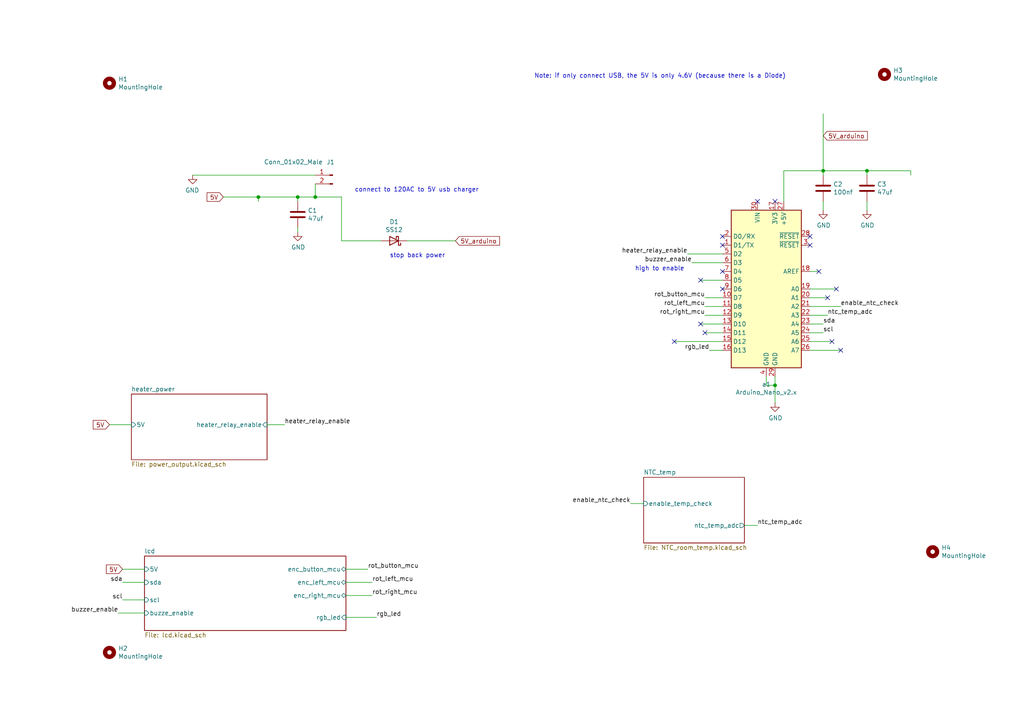
<source format=kicad_sch>
(kicad_sch (version 20211123) (generator eeschema)
  (paper "A4")
  (lib_symbols
    (symbol "Connector:Conn_01x02_Male" (pin_names (offset 1.016) hide)
      (property "Reference" "J" (at 0 2.54 0))
      (property "Value" "Conn_01x02_Male" (at 0 -5.08 0))
      (symbol "Conn_01x02_Male_1_1"
        (polyline (pts (xy 1.27 -2.54) (xy 0.8636 -2.54)) (stroke (width 0.1524)))
        (polyline (pts (xy 1.27 0) (xy 0.8636 0)) (stroke (width 0.1524)))
        (rectangle (start 0.8636 -2.413) (end 0 -2.667) (stroke (width 0.1524)) (fill (type outline)))
        (rectangle (start 0.8636 0.127) (end 0 -0.127) (stroke (width 0.1524)) (fill (type outline)))
        (pin passive line (at 5.08 0 180) (length 3.81) (name "Pin_1") (number "1"))
        (pin passive line (at 5.08 -2.54 180) (length 3.81) (name "Pin_2") (number "2"))
      )
    )
    (symbol "Device:C" (pin_numbers hide) (pin_names (offset 0.254))
      (property "Reference" "C" (at 0.635 2.54 0))
      (property "Value" "C" (at 0.635 -2.54 0))
      (symbol "C_0_1"
        (polyline (pts (xy -2.032 -0.762) (xy 2.032 -0.762)) (stroke (width 0.508)))
        (polyline (pts (xy -2.032 0.762) (xy 2.032 0.762)) (stroke (width 0.508)))
      )
      (symbol "C_1_1"
        (pin passive line (at 0 3.81 270) (length 2.794) (name "~") (number "1"))
        (pin passive line (at 0 -3.81 90) (length 2.794) (name "~") (number "2"))
      )
    )
    (symbol "Device:D_Schottky" (pin_numbers hide) (pin_names (offset 1.016) hide)
      (property "Reference" "D" (at 0 2.54 0))
      (property "Value" "D_Schottky" (at 0 -2.54 0))
      (symbol "D_Schottky_0_1"
        (polyline (pts (xy 1.27 0) (xy -1.27 0)))
        (polyline (pts (xy 1.27 1.27) (xy 1.27 -1.27) (xy -1.27 0) (xy 1.27 1.27)) (stroke (width 0.254)))
        (polyline (pts (xy -1.905 0.635) (xy -1.905 1.27) (xy -1.27 1.27) (xy -1.27 -1.27) (xy -0.635 -1.27) (xy -0.635 -0.635)) (stroke (width 0.254)))
      )
      (symbol "D_Schottky_1_1"
        (pin passive line (at -3.81 0 0) (length 2.54) (name "K") (number "1"))
        (pin passive line (at 3.81 0 180) (length 2.54) (name "A") (number "2"))
      )
    )
    (symbol "MCU_Module:Arduino_Nano_v3.x"
      (property "Reference" "A" (at -10.16 23.495 0))
      (property "Value" "Arduino_Nano_v3.x" (at 5.08 -24.13 0))
      (symbol "Arduino_Nano_v3.x_0_1"
        (rectangle (start -10.16 22.86) (end 10.16 -22.86) (stroke (width 0.254)) (fill (type background)))
      )
      (symbol "Arduino_Nano_v3.x_1_1"
        (pin bidirectional line (at -12.7 12.7 0) (length 2.54) (name "D1/TX") (number "1"))
        (pin bidirectional line (at -12.7 -2.54 0) (length 2.54) (name "D7") (number "10"))
        (pin bidirectional line (at -12.7 -5.08 0) (length 2.54) (name "D8") (number "11"))
        (pin bidirectional line (at -12.7 -7.62 0) (length 2.54) (name "D9") (number "12"))
        (pin bidirectional line (at -12.7 -10.16 0) (length 2.54) (name "D10") (number "13"))
        (pin bidirectional line (at -12.7 -12.7 0) (length 2.54) (name "D11") (number "14"))
        (pin bidirectional line (at -12.7 -15.24 0) (length 2.54) (name "D12") (number "15"))
        (pin bidirectional line (at -12.7 -17.78 0) (length 2.54) (name "D13") (number "16"))
        (pin power_out line (at 2.54 25.4 270) (length 2.54) (name "3V3") (number "17"))
        (pin input line (at 12.7 5.08 180) (length 2.54) (name "AREF") (number "18"))
        (pin bidirectional line (at 12.7 0 180) (length 2.54) (name "A0") (number "19"))
        (pin bidirectional line (at -12.7 15.24 0) (length 2.54) (name "D0/RX") (number "2"))
        (pin bidirectional line (at 12.7 -2.54 180) (length 2.54) (name "A1") (number "20"))
        (pin bidirectional line (at 12.7 -5.08 180) (length 2.54) (name "A2") (number "21"))
        (pin bidirectional line (at 12.7 -7.62 180) (length 2.54) (name "A3") (number "22"))
        (pin bidirectional line (at 12.7 -10.16 180) (length 2.54) (name "A4") (number "23"))
        (pin bidirectional line (at 12.7 -12.7 180) (length 2.54) (name "A5") (number "24"))
        (pin bidirectional line (at 12.7 -15.24 180) (length 2.54) (name "A6") (number "25"))
        (pin bidirectional line (at 12.7 -17.78 180) (length 2.54) (name "A7") (number "26"))
        (pin power_out line (at 5.08 25.4 270) (length 2.54) (name "+5V") (number "27"))
        (pin input line (at 12.7 15.24 180) (length 2.54) (name "~{RESET}") (number "28"))
        (pin power_in line (at 2.54 -25.4 90) (length 2.54) (name "GND") (number "29"))
        (pin input line (at 12.7 12.7 180) (length 2.54) (name "~{RESET}") (number "3"))
        (pin power_in line (at -2.54 25.4 270) (length 2.54) (name "VIN") (number "30"))
        (pin power_in line (at 0 -25.4 90) (length 2.54) (name "GND") (number "4"))
        (pin bidirectional line (at -12.7 10.16 0) (length 2.54) (name "D2") (number "5"))
        (pin bidirectional line (at -12.7 7.62 0) (length 2.54) (name "D3") (number "6"))
        (pin bidirectional line (at -12.7 5.08 0) (length 2.54) (name "D4") (number "7"))
        (pin bidirectional line (at -12.7 2.54 0) (length 2.54) (name "D5") (number "8"))
        (pin bidirectional line (at -12.7 0 0) (length 2.54) (name "D6") (number "9"))
      )
    )
    (symbol "Mechanical:MountingHole" (pin_names (offset 1.016))
      (property "Reference" "H" (at 0 5.08 0))
      (property "Value" "MountingHole" (at 0 3.175 0))
      (symbol "MountingHole_0_1"
        (circle (center 0 0) (radius 1.27) (stroke (width 1.27)))
      )
    )
    (symbol "power:GND" (power) (pin_names (offset 0))
      (property "Value" "GND" (at 0 -3.81 0))
      (symbol "GND_0_1"
        (polyline (pts (xy 0 0) (xy 0 -1.27) (xy 1.27 -1.27) (xy 0 -2.54) (xy -1.27 -1.27) (xy 0 -1.27)))
      )
      (symbol "GND_1_1"
        (pin power_in line (at 0 0 270) (length 0) hide (name "GND") (number "1"))
      )
    )
  )
  (junction (at 251.46 49.53))
  (junction (at 86.36 57.15))
  (junction (at 74.93 57.15))
  (junction (at 238.76 49.53))
  (junction (at 224.79 111.76))
  (junction (at 91.44 57.15))
  (no_connect (at 195.58 99.06))
  (no_connect (at 234.95 71.12))
  (no_connect (at 203.2 93.98))
  (no_connect (at 241.3 99.06))
  (no_connect (at 209.55 71.12))
  (no_connect (at 209.55 83.82))
  (no_connect (at 240.03 86.36))
  (no_connect (at 242.57 83.82))
  (no_connect (at 219.71 58.42))
  (no_connect (at 209.55 78.74))
  (no_connect (at 204.47 96.52))
  (no_connect (at 209.55 68.58))
  (no_connect (at 234.95 68.58))
  (no_connect (at 203.2 81.28))
  (no_connect (at 224.79 58.42))
  (no_connect (at 243.84 101.6))
  (no_connect (at 237.49 78.74))
  (wire (pts (xy 86.36 57.15) (xy 86.36 58.42)))
  (wire (pts (xy 234.95 93.98) (xy 238.76 93.98)))
  (wire (pts (xy 222.25 109.22) (xy 222.25 111.76)))
  (wire (pts (xy 99.06 57.15) (xy 91.44 57.15)))
  (wire (pts (xy 74.93 57.15) (xy 74.93 58.42)))
  (wire (pts (xy 224.79 111.76) (xy 224.79 116.84)))
  (wire (pts (xy 242.57 83.82) (xy 234.95 83.82)))
  (wire (pts (xy 100.33 179.07) (xy 109.22 179.07)))
  (wire (pts (xy 106.68 165.1) (xy 100.33 165.1)))
  (wire (pts (xy 77.47 123.19) (xy 82.55 123.19)))
  (wire (pts (xy 238.76 96.52) (xy 234.95 96.52)))
  (wire (pts (xy 227.33 49.53) (xy 227.33 58.42)))
  (wire (pts (xy 238.76 49.53) (xy 251.46 49.53)))
  (wire (pts (xy 204.47 86.36) (xy 209.55 86.36)))
  (wire (pts (xy 64.77 57.15) (xy 74.93 57.15)))
  (wire (pts (xy 55.88 50.8) (xy 91.44 50.8)))
  (wire (pts (xy 74.93 57.15) (xy 86.36 57.15)))
  (wire (pts (xy 224.79 109.22) (xy 224.79 111.76)))
  (wire (pts (xy 238.76 33.02) (xy 238.76 49.53)))
  (wire (pts (xy 86.36 57.15) (xy 91.44 57.15)))
  (wire (pts (xy 35.56 173.99) (xy 41.91 173.99)))
  (wire (pts (xy 205.74 101.6) (xy 209.55 101.6)))
  (wire (pts (xy 86.36 67.31) (xy 86.36 66.04)))
  (wire (pts (xy 99.06 69.85) (xy 110.49 69.85)))
  (wire (pts (xy 209.55 96.52) (xy 204.47 96.52)))
  (wire (pts (xy 35.56 165.1) (xy 41.91 165.1)))
  (wire (pts (xy 237.49 78.74) (xy 234.95 78.74)))
  (wire (pts (xy 240.03 86.36) (xy 234.95 86.36)))
  (wire (pts (xy 34.29 177.8) (xy 41.91 177.8)))
  (wire (pts (xy 251.46 49.53) (xy 264.16 49.53)))
  (wire (pts (xy 182.88 146.05) (xy 186.69 146.05)))
  (wire (pts (xy 199.39 73.66) (xy 209.55 73.66)))
  (wire (pts (xy 91.44 57.15) (xy 91.44 53.34)))
  (wire (pts (xy 238.76 60.96) (xy 238.76 58.42)))
  (wire (pts (xy 35.56 168.91) (xy 41.91 168.91)))
  (wire (pts (xy 238.76 49.53) (xy 227.33 49.53)))
  (wire (pts (xy 100.33 172.72) (xy 107.95 172.72)))
  (wire (pts (xy 234.95 88.9) (xy 243.84 88.9)))
  (wire (pts (xy 195.58 99.06) (xy 209.55 99.06)))
  (wire (pts (xy 238.76 50.8) (xy 238.76 49.53)))
  (wire (pts (xy 203.2 93.98) (xy 209.55 93.98)))
  (wire (pts (xy 222.25 111.76) (xy 224.79 111.76)))
  (wire (pts (xy 118.11 69.85) (xy 132.08 69.85)))
  (wire (pts (xy 200.66 76.2) (xy 209.55 76.2)))
  (wire (pts (xy 31.75 123.19) (xy 38.1 123.19)))
  (wire (pts (xy 203.2 81.28) (xy 209.55 81.28)))
  (wire (pts (xy 234.95 101.6) (xy 243.84 101.6)))
  (wire (pts (xy 209.55 91.44) (xy 204.47 91.44)))
  (wire (pts (xy 234.95 91.44) (xy 240.03 91.44)))
  (wire (pts (xy 251.46 50.8) (xy 251.46 49.53)))
  (wire (pts (xy 99.06 69.85) (xy 99.06 57.15)))
  (wire (pts (xy 264.16 50.8) (xy 264.16 49.53)))
  (wire (pts (xy 251.46 58.42) (xy 251.46 60.96)))
  (wire (pts (xy 107.95 168.91) (xy 100.33 168.91)))
  (wire (pts (xy 219.71 152.4) (xy 215.9 152.4)))
  (wire (pts (xy 234.95 99.06) (xy 241.3 99.06)))
  (wire (pts (xy 209.55 88.9) (xy 204.47 88.9)))
  (text "connect to 120AC to 5V usb charger" (at 102.87 55.88 0) (effects (font (size 1.27 1.27)) (justify left bottom)))
  (text "stop back power" (at 113.03 74.93 0) (effects (font (size 1.27 1.27)) (justify left bottom)))
  (text "high to enable" (at 184.15 78.74 0) (effects (font (size 1.27 1.27)) (justify left bottom)))
  (text "Note: if only connect USB, the 5V is only 4.6V (because there is a Diode)" (at 154.94 22.86 0) (effects (font (size 1.27 1.27)) (justify left bottom)))
  (label "rgb_led" (at 109.22 179.07 0))
  (label "rot_button_mcu" (at 204.47 86.36 180))
  (label "rgb_led" (at 205.74 101.6 180))
  (label "rot_button_mcu" (at 106.68 165.1 0))
  (label "rot_right_mcu" (at 107.95 172.72 0))
  (label "rot_left_mcu" (at 107.95 168.91 0))
  (label "scl" (at 35.56 173.99 180))
  (label "rot_left_mcu" (at 204.47 88.9 180))
  (label "heater_relay_enable" (at 82.55 123.19 0))
  (label "ntc_temp_adc" (at 219.71 152.4 0))
  (label "heater_relay_enable" (at 199.39 73.66 180))
  (label "sda" (at 238.76 93.98 0))
  (label "enable_ntc_check" (at 182.88 146.05 180))
  (label "buzzer_enable" (at 34.29 177.8 180))
  (label "buzzer_enable" (at 200.66 76.2 180))
  (label "ntc_temp_adc" (at 240.03 91.44 0))
  (label "rot_right_mcu" (at 204.47 91.44 180))
  (label "sda" (at 35.56 168.91 180))
  (label "scl" (at 238.76 96.52 0))
  (label "enable_ntc_check" (at 243.84 88.9 0))
  (global_label "5V" (shape input) (at 64.77 57.15 180) (property "Intersheet References" "${INTERSHEET_REFS}" (effects hide)))
  (global_label "5V_arduino" (shape input) (at 238.76 39.37 0) (property "Intersheet References" "${INTERSHEET_REFS}" (effects hide)))
  (global_label "5V" (shape input) (at 31.75 123.19 180) (property "Intersheet References" "${INTERSHEET_REFS}" (effects hide)))
  (global_label "5V" (shape input) (at 35.56 165.1 180) (property "Intersheet References" "${INTERSHEET_REFS}" (effects hide)))
  (global_label "5V_arduino" (shape input) (at 132.08 69.85 0) (property "Intersheet References" "${INTERSHEET_REFS}" (effects hide)))
  (symbol (lib_id "MCU_Module:Arduino_Nano_v3.x") (at 222.25 83.82 0) (unit 1)
    (property "Reference" "a1" (at 222.25 111.4806 0))
    (property "Value" "Arduino_Nano_v2.x" (at 222.25 113.792 0))
    (property "Footprint" "myFootPrintLibs:Arduino_Nano_order" (effects hide))
    (property "Datasheet" "https://www.arduino.cc/en/uploads/Main/ArduinoNanoManual23.pdf" (effects hide))
  )
  (symbol (lib_id "power:GND") (at 86.36 67.31 0) (unit 1)
    (property "Reference" "#PWR02" (effects hide))
    (property "Value" "GND" (at 86.487 71.7042 0))
  )
  (symbol (lib_id "power:GND") (at 224.79 116.84 0) (unit 1)
    (property "Reference" "#PWR03" (effects hide))
    (property "Value" "GND" (at 224.917 121.2342 0))
  )
  (symbol (lib_id "Device:C") (at 238.76 54.61 0) (unit 1)
    (property "Reference" "C2" (at 241.681 53.4416 0) (effects (justify left)))
    (property "Value" "100nf" (at 241.681 55.753 0) (effects (justify left)))
    (property "Footprint" "myFootPrintLibs:R_C_0805_2012Metric_Pad1.20x1.50mm_HandSolder" (effects hide))
  )
  (symbol (lib_id "Device:C") (at 86.36 62.23 0) (unit 1)
    (property "Reference" "C1" (at 89.281 61.0616 0) (effects (justify left)))
    (property "Value" "47uf" (at 89.281 63.373 0) (effects (justify left)))
    (property "Footprint" "myFootPrintLibs:R_C_0805_2012Metric_Pad1.20x1.50mm_HandSolder" (effects hide))
  )
  (symbol (lib_id "Device:C") (at 251.46 54.61 0) (unit 1)
    (property "Reference" "C3" (at 254.381 53.4416 0) (effects (justify left)))
    (property "Value" "47uf" (at 254.381 55.753 0) (effects (justify left)))
    (property "Footprint" "myFootPrintLibs:R_C_0805_2012Metric_Pad1.20x1.50mm_HandSolder" (effects hide))
  )
  (symbol (lib_id "power:GND") (at 251.46 60.96 0) (unit 1)
    (property "Reference" "#PWR05" (effects hide))
    (property "Value" "GND" (at 251.587 65.3542 0))
  )
  (symbol (lib_id "power:GND") (at 238.76 60.96 0) (unit 1)
    (property "Reference" "#PWR04" (effects hide))
    (property "Value" "GND" (at 238.887 65.3542 0))
  )
  (symbol (lib_id "Mechanical:MountingHole") (at 31.75 24.13 0) (unit 1)
    (property "Reference" "H1" (at 34.29 22.9616 0) (effects (justify left)))
    (property "Value" "MountingHole" (at 34.29 25.273 0) (effects (justify left)))
    (property "Footprint" "myFootPrintLibs:MountingHole_2.0mm" (effects hide))
  )
  (symbol (lib_id "Mechanical:MountingHole") (at 31.75 189.23 0) (unit 1)
    (property "Reference" "H2" (at 34.29 188.0616 0) (effects (justify left)))
    (property "Value" "MountingHole" (at 34.29 190.373 0) (effects (justify left)))
    (property "Footprint" "myFootPrintLibs:MountingHole_2.0mm" (effects hide))
  )
  (symbol (lib_id "Mechanical:MountingHole") (at 270.51 160.02 0) (unit 1)
    (property "Reference" "H4" (at 273.05 158.8516 0) (effects (justify left)))
    (property "Value" "MountingHole" (at 273.05 161.163 0) (effects (justify left)))
    (property "Footprint" "myFootPrintLibs:MountingHole_2.0mm" (effects hide))
  )
  (symbol (lib_id "Mechanical:MountingHole") (at 256.54 21.59 0) (unit 1)
    (property "Reference" "H3" (at 259.08 20.4216 0) (effects (justify left)))
    (property "Value" "MountingHole" (at 259.08 22.733 0) (effects (justify left)))
    (property "Footprint" "myFootPrintLibs:MountingHole_2.0mm" (effects hide))
  )
  (symbol (lib_id "Connector:Conn_01x02_Male") (at 96.52 50.8 0) (mirror y) (unit 1)
    (property "Reference" "J1" (at 95.885 47.024 0))
    (property "Value" "Conn_01x02_Male" (at 85.09 46.99 0))
    (property "Footprint" "myFootPrintLibs:Molex_KK-254_1x02_P2.54mm_Vertical_order" (effects hide))
  )
  (symbol (lib_id "power:GND") (at 55.88 50.8 0) (mirror y) (unit 1)
    (property "Reference" "#PWR01" (effects hide))
    (property "Value" "GND" (at 55.753 55.1942 0))
  )
  (symbol (lib_id "Device:D_Schottky") (at 114.3 69.85 180) (unit 1)
    (property "Reference" "D1" (at 114.3 64.3382 0))
    (property "Value" "SS12" (at 114.3 66.6496 0))
    (property "Footprint" "myFootPrintLibs:D_SMA_Handsoldering" (effects hide))
  )
  (sheet (at 38.1 114.3) (size 39.37 19.05)
    (property "Sheet name" "heater_power" (at 38.1 113.5884 0) (effects (justify left bottom)))
    (property "Sheet file" "power_output.kicad_sch" (at 38.1 133.9346 0) (effects (justify left top)))
    (pin "5V" input (at 38.1 123.19 180))
    (pin "heater_relay_enable" input (at 77.47 123.19 0))
  )
  (sheet (at 186.69 138.43) (size 29.21 19.05)
    (property "Sheet name" "NTC_temp" (at 186.69 137.7184 0) (effects (justify left bottom)))
    (property "Sheet file" "NTC_room_temp.kicad_sch" (at 186.69 158.0646 0) (effects (justify left top)))
    (pin "ntc_temp_adc" output (at 215.9 152.4 0))
    (pin "enable_temp_check" input (at 186.69 146.05 180))
  )
  (sheet (at 41.91 161.29) (size 58.42 21.59)
    (property "Sheet name" "lcd" (at 41.91 160.5784 0) (effects (justify left bottom)))
    (property "Sheet file" "lcd.kicad_sch" (at 41.91 183.4646 0) (effects (justify left top)))
    (pin "sda" input (at 41.91 168.91 180))
    (pin "scl" input (at 41.91 173.99 180))
    (pin "5V" input (at 41.91 165.1 180))
    (pin "enc_button_mcu" bidirectional (at 100.33 165.1 0))
    (pin "enc_left_mcu" bidirectional (at 100.33 168.91 0))
    (pin "enc_right_mcu" bidirectional (at 100.33 172.72 0))
    (pin "buzze_enable" input (at 41.91 177.8 180))
    (pin "rgb_led" input (at 100.33 179.07 0))
  )
)
</source>
